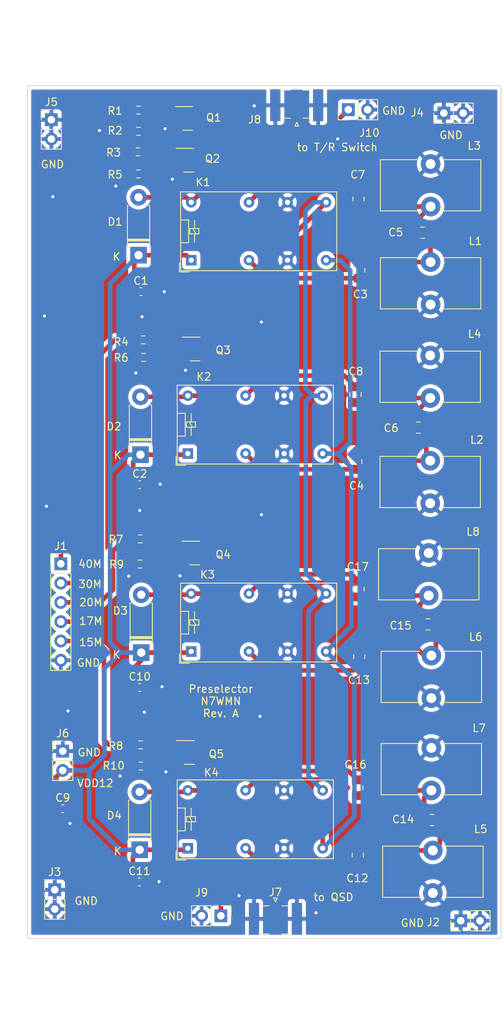
<source format=kicad_pcb>
(kicad_pcb (version 20211014) (generator pcbnew)
  (layers (0 "F.Cu" signal) (31 "B.Cu" signal) (34 "B.Paste" user) (35 "F.Paste" user) (36 "B.SilkS" user "B.Silkscreen") (37 "F.SilkS" user "F.Silkscreen") (38 "B.Mask" user) (39 "F.Mask" user) (44 "Edge.Cuts" user))
  (net 0 "")
  (net 1 "/VDD12")
  (net 2 "GND")
  (net 3 "Net-(C3-Pad1)")
  (net 4 "Net-(C3-Pad2)")
  (net 5 "Net-(C4-Pad1)")
  (net 6 "Net-(C4-Pad2)")
  (net 7 "Net-(C5-Pad1)")
  (net 8 "Net-(C6-Pad1)")
  (net 9 "Net-(C7-Pad1)")
  (net 10 "Net-(C8-Pad1)")
  (net 11 "Net-(C12-Pad1)")
  (net 12 "Net-(C12-Pad2)")
  (net 13 "Net-(C13-Pad1)")
  (net 14 "Net-(C13-Pad2)")
  (net 15 "Net-(C14-Pad1)")
  (net 16 "Net-(C15-Pad1)")
  (net 17 "Net-(C16-Pad1)")
  (net 18 "Net-(C17-Pad1)")
  (net 19 "Net-(D1-Pad2)")
  (net 20 "Net-(D2-Pad2)")
  (net 21 "Net-(D3-Pad2)")
  (net 22 "Net-(D4-Pad2)")
  (net 23 "/40M")
  (net 24 "/30M")
  (net 25 "/20M")
  (net 26 "/17M")
  (net 27 "/15M")
  (net 28 "Net-(J7-Pad1)")
  (net 29 "Net-(J8-Pad1)")
  (net 30 "Net-(Q1-Pad1)")
  (net 31 "Net-(Q2-Pad1)")
  (net 32 "Net-(Q3-Pad1)")
  (net 33 "Net-(Q4-Pad1)")
  (net 34 "Net-(Q5-Pad1)")
  (footprint "Connector_PinHeader_2.54mm:PinHeader_1x02_P2.54mm_Vertical" (layer "F.Cu") (at 87.65 144.125)
    (fp_text reference "J3")
    (fp_text value "Conn_01x02_Male")
  )
  (footprint "Connector_PinHeader_2.54mm:PinHeader_1x02_P2.54mm_Vertical" (layer "F.Cu") (at 109.55 147.55 -90)
    (fp_text reference "J9")
    (fp_text value "Conn_01x02")
  )
  (footprint "Capacitor_SMD:C_0805_2012Metric_Pad1.18x1.45mm_HandSolder" (layer "F.Cu") (at 127.7 53.2 -90)
    (fp_text reference "C7")
    (fp_text value "407pF")
  )
  (footprint "Capacitor_SMD:C_0603_1608Metric_Pad1.08x0.95mm_HandSolder" (layer "F.Cu") (at 99 65.4)
    (fp_text reference "C1")
    (fp_text value "0.1uF")
  )
  (footprint "Inductor_THT:L_Toroid_Vertical_L13.0mm_W6.5mm_P5.60mm" (layer "F.Cu") (at 137.3 113.3)
    (fp_text reference "L6")
    (fp_text value "341nH")
  )
  (footprint "Resistor_SMD:R_0603_1608Metric_Pad0.98x0.95mm_HandSolder" (layer "F.Cu") (at 98.7 49.9 180)
    (fp_text reference "R5")
    (fp_text value "3K")
  )
  (footprint "Capacitor_SMD:C_0805_2012Metric_Pad1.18x1.45mm_HandSolder" (layer "F.Cu") (at 136.15 57.65)
    (fp_text reference "C5")
    (fp_text value "237pF")
  )
  (footprint "Connector_PinHeader_2.54mm:PinHeader_1x02_P2.54mm_Vertical" (layer "F.Cu") (at 141.175 148.2 90)
    (fp_text reference "J2")
    (fp_text value "Conn_01x02_Male")
  )
  (footprint "Resistor_SMD:R_0603_1608Metric_Pad0.98x0.95mm_HandSolder" (layer "F.Cu") (at 98.9 101.25 180)
    (fp_text reference "R9")
    (fp_text value "3K")
  )
  (footprint "Capacitor_SMD:C_0805_2012Metric_Pad1.18x1.45mm_HandSolder" (layer "F.Cu") (at 127.8 113.45 -90)
    (fp_text reference "C13")
    (fp_text value "163pF")
  )
  (footprint "Capacitor_SMD:C_0805_2012Metric_Pad1.18x1.45mm_HandSolder" (layer "F.Cu") (at 127.4 87.75 -90)
    (fp_text reference "C4")
    (fp_text value "204pF")
  )
  (footprint "Package_TO_SOT_SMD:SOT-23" (layer "F.Cu") (at 106.15 72.95)
    (fp_text reference "Q3")
    (fp_text value "MMBT3904")
  )
  (footprint "Inductor_THT:L_Toroid_Vertical_L13.0mm_W6.5mm_P5.60mm" (layer "F.Cu") (at 137.3 131.05 180)
    (fp_text reference "L7")
    (fp_text value "284nH")
  )
  (footprint "Connector_PinHeader_2.54mm:PinHeader_1x02_P2.54mm_Vertical" (layer "F.Cu") (at 88.7 125.875)
    (fp_text reference "J6")
    (fp_text value "Conn_01x02_Male")
  )
  (footprint "Inductor_THT:L_Toroid_Vertical_L13.0mm_W6.5mm_P5.60mm" (layer "F.Cu") (at 137.2 54.2 180)
    (fp_text reference "L3")
    (fp_text value "852nH")
  )
  (footprint "Inductor_THT:L_Toroid_Vertical_L13.0mm_W6.5mm_P5.60mm" (layer "F.Cu") (at 137.15 87.65)
    (fp_text reference "L2")
    (fp_text value "426nH")
  )
  (footprint "Capacitor_SMD:C_0805_2012Metric_Pad1.18x1.45mm_HandSolder" (layer "F.Cu") (at 127.7 104.55 -90)
    (fp_text reference "C17")
    (fp_text value "163pF")
  )
  (footprint "Resistor_SMD:R_0603_1608Metric_Pad0.98x0.95mm_HandSolder" (layer "F.Cu") (at 98.9125 97.95 180)
    (fp_text reference "R7")
    (fp_text value "2K")
  )
  (footprint "Connector_PinHeader_2.54mm:PinHeader_1x02_P2.54mm_Vertical" (layer "F.Cu") (at 87.2 42.775)
    (fp_text reference "J5")
    (fp_text value "Conn_01x02_Male")
  )
  (footprint "Capacitor_SMD:C_0805_2012Metric_Pad1.18x1.45mm_HandSolder" (layer "F.Cu") (at 136.85 109.2)
    (fp_text reference "C15")
    (fp_text value "95pF")
  )
  (footprint "Inductor_THT:L_Toroid_Vertical_L13.0mm_W6.5mm_P5.60mm" (layer "F.Cu") (at 137.5 138.95)
    (fp_text reference "L5")
    (fp_text value "284nH")
  )
  (footprint "Package_TO_SOT_SMD:SOT-23" (layer "F.Cu") (at 105.4 126.05)
    (fp_text reference "Q5")
    (fp_text value "MMBT3904")
  )
  (footprint "Connector_Coaxial:SMA_Samtec_SMA-J-P-X-ST-EM1_EdgeMount" (layer "F.Cu") (at 116.75 147.95)
    (fp_text reference "J7")
    (fp_text value "Conn_Coaxial")
  )
  (footprint "Connector_PinHeader_2.54mm:PinHeader_1x02_P2.54mm_Vertical" (layer "F.Cu") (at 126.36 41.45 90)
    (fp_text reference "J10")
    (fp_text value "Conn_01x02")
  )
  (footprint "Diode_THT:D_DO-41_SOD81_P7.62mm_Horizontal" (layer "F.Cu") (at 98.85 138.86 90)
    (fp_text reference "D4")
    (fp_text value "1N4152")
  )
  (footprint "Relay_THT:Relay_DPDT_Omron_G5V-2" (layer "F.Cu") (at 105.6425 112.7625 90)
    (fp_text reference "K3")
    (fp_text value "G5V-2")
  )
  (footprint "Resistor_SMD:R_0603_1608Metric_Pad0.98x0.95mm_HandSolder" (layer "F.Cu") (at 98.7 44.3 180)
    (fp_text reference "R2")
    (fp_text value "3K")
  )
  (footprint "Inductor_THT:L_Toroid_Vertical_L13.0mm_W6.5mm_P5.60mm" (layer "F.Cu") (at 137.2 61.5)
    (fp_text reference "L1")
    (fp_text value "852nH")
  )
  (footprint "Diode_THT:D_DO-41_SOD81_P7.62mm_Horizontal" (layer "F.Cu") (at 98.7 60.6 90)
    (fp_text reference "D1")
    (fp_text value "1N4152")
  )
  (footprint "Capacitor_SMD:C_0805_2012Metric_Pad1.18x1.45mm_HandSolder" (layer "F.Cu") (at 137.3875 134.95)
    (fp_text reference "C14")
    (fp_text value "79pF")
  )
  (footprint "Capacitor_SMD:C_0603_1608Metric_Pad1.08x0.95mm_HandSolder" (layer "F.Cu") (at 98.8125 143.1)
    (fp_text reference "C11")
    (fp_text value "0.1uF")
  )
  (footprint "Capacitor_SMD:C_0805_2012Metric_Pad1.18x1.45mm_HandSolder" (layer "F.Cu") (at 127.8 62.6 -90)
    (fp_text reference "C3")
    (fp_text value "407pF")
  )
  (footprint "Resistor_SMD:R_0603_1608Metric_Pad0.98x0.95mm_HandSolder" (layer "F.Cu") (at 98.6 47 180)
    (fp_text reference "R3")
    (fp_text value "2K")
  )
  (footprint "Capacitor_SMD:C_0603_1608Metric_Pad1.08x0.95mm_HandSolder" (layer "F.Cu") (at 98.85 117.5)
    (fp_text reference "C10")
    (fp_text value "0.1uF")
  )
  (footprint "Connector_Coaxial:SMA_Samtec_SMA-J-P-X-ST-EM1_EdgeMount" (layer "F.Cu") (at 119.55 40.8625 180)
    (fp_text reference "J8")
    (fp_text value "Conn_Coaxial")
  )
  (footprint "Capacitor_SMD:C_0805_2012Metric_Pad1.18x1.45mm_HandSolder" (layer "F.Cu") (at 135.6 83.3)
    (fp_text reference "C6")
    (fp_text value "118pF")
  )
  (footprint "Connector_PinHeader_2.54mm:PinHeader_1x06_P2.54mm_Vertical" (layer "F.Cu") (at 88.45 101.22)
    (fp_text reference "J1")
    (fp_text value "Conn_01x06_Male")
  )
  (footprint "Diode_THT:D_DO-41_SOD81_P7.62mm_Horizontal" (layer "F.Cu") (at 99.05 112.91 90)
    (fp_text reference "D3")
    (fp_text value "1N4152")
  )
  (footprint "Capacitor_SMD:C_0805_2012Metric_Pad1.18x1.45mm_HandSolder" (layer "F.Cu") (at 127.6 139.55 -90)
    (fp_text reference "C12")
    (fp_text value "136pF")
  )
  (footprint "Inductor_THT:L_Toroid_Vertical_L13.0mm_W6.5mm_P5.60mm" (layer "F.Cu") (at 136.95 105.4 180)
    (fp_text reference "L8")
    (fp_text value "341nH")
  )
  (footprint "Relay_THT:Relay_DPDT_Omron_G5V-2" (layer "F.Cu") (at 105.1925 138.6625 90)
    (fp_text reference "K4")
    (fp_text value "G5V-2")
  )
  (footprint "Capacitor_SMD:C_0603_1608Metric_Pad1.08x0.95mm_HandSolder" (layer "F.Cu") (at 88.7 133.45)
    (fp_text reference "C9")
    (fp_text value "0.1uF")
  )
  (footprint "Package_TO_SOT_SMD:SOT-23" (layer "F.Cu") (at 106.1 99.8)
    (fp_text reference "Q4")
    (fp_text value "MMBT3904")
  )
  (footprint "Relay_THT:Relay_DPDT_Omron_G5V-2" (layer "F.Cu") (at 105.6425 61.2625 90)
    (fp_text reference "K1")
    (fp_text value "G5V-2")
  )
  (footprint "Inductor_THT:L_Toroid_Vertical_L13.0mm_W6.5mm_P5.60mm" (layer "F.Cu") (at 137.15 79.4 180)
    (fp_text reference "L4")
    (fp_text value "426nH")
  )
  (footprint "Connector_PinHeader_2.54mm:PinHeader_1x02_P2.54mm_Vertical" (layer "F.Cu") (at 138.95 41.9 90)
    (fp_text reference "J4")
    (fp_text value "Conn_01x02_Male")
  )
  (footprint "Capacitor_SMD:C_0603_1608Metric_Pad1.08x0.95mm_HandSolder" (layer "F.Cu") (at 98.85 90.8)
    (fp_text reference "C2")
    (fp_text value "0.1uF")
  )
  (footprint "Package_TO_SOT_SMD:SOT-23" (layer "F.Cu") (at 105.2 42.6)
    (fp_text reference "Q1")
    (fp_text value "MMBT3904")
  )
  (footprint "Relay_THT:Relay_DPDT_Omron_G5V-2" (layer "F.Cu") (at 105.1925 86.7125 90)
    (fp_text reference "K2")
    (fp_text value "G5V-2")
  )
  (footprint "Resistor_SMD:R_0603_1608Metric_Pad0.98x0.95mm_HandSolder" (layer "F.Cu") (at 99.35 74.05 180)
    (fp_text reference "R6")
    (fp_text value "3K")
  )
  (footprint "Resistor_SMD:R_0603_1608Metric_Pad0.98x0.95mm_HandSolder" (layer "F.Cu") (at 98.95 125.05 180)
    (fp_text reference "R8")
    (fp_text value "2K")
  )
  (footprint "Resistor_SMD:R_0603_1608Metric_Pad0.98x0.95mm_HandSolder" (layer "F.Cu") (at 98.7 41.5 180)
    (fp_text reference "R1")
    (fp_text value "2K")
  )
  (footprint "Capacitor_SMD:C_0805_2012Metric_Pad1.18x1.45mm_HandSolder" (layer "F.Cu") (at 127.3 78.95 -90)
    (fp_text reference "C8")
    (fp_text value "204pF")
  )
  (footprint "Package_TO_SOT_SMD:SOT-23" (layer "F.Cu") (at 105.3 48.1)
    (fp_text reference "Q2")
    (fp_text value "MMBT3904")
  )
  (footprint "Capacitor_SMD:C_0805_2012Metric_Pad1.18x1.45mm_HandSolder" (layer "F.Cu") (at 127.55 130.6875 -90)
    (fp_text reference "C16")
    (fp_text value "136pF")
  )
  (footprint "Resistor_SMD:R_0603_1608Metric_Pad0.98x0.95mm_HandSolder" (layer "F.Cu") (at 99 127.85 180)
    (fp_text reference "R10")
    (fp_text value "3K")
  )
  (footprint "Diode_THT:D_DO-41_SOD81_P7.62mm_Horizontal" (layer "F.Cu") (at 98.95 86.86 90)
    (fp_text reference "D2")
    (fp_text value "1N4152")
  )
  (footprint "Resistor_SMD:R_0603_1608Metric_Pad0.98x0.95mm_HandSolder" (layer "F.Cu") (at 99.3 71.75 180)
    (fp_text reference "R4")
    (fp_text value "2K")
  )
  (gr_rect (start 84.05 38.3) (end 146.5 150.55) (layer "Edge.Cuts") (width 0.1) (fill none))
  (gr_text "GND" (at 139.9 44.8) (layer "F.SilkS") (effects (font (size 1 1))))
  (gr_text "GND" (at 92.2 126.05) (layer "F.SilkS") (effects (font (size 1 1))))
  (gr_text "30M" (at 92.3 103.9) (layer "F.SilkS") (effects (font (size 1 1))))
  (gr_text "GND" (at 103.1 147.6) (layer "F.SilkS") (effects (font (size 1 1))))
  (gr_text "17M" (at 92.4 108.75) (layer "F.SilkS") (effects (font (size 1 1))))
  (gr_text "GND" (at 92.1 114.25) (layer "F.SilkS") (effects (font (size 1 1))))
  (gr_text "GND" (at 91.8 145.6) (layer "F.SilkS") (effects (font (size 1 1))))
  (gr_text "GND" (at 87.35 48.65) (layer "F.SilkS") (effects (font (size 1 1))))
  (gr_text "40M" (at 92.3 101.25) (layer "F.SilkS") (effects (font (size 1 1))))
  (gr_text "15M" (at 92.4 111.55) (layer "F.SilkS") (effects (font (size 1 1))))
  (gr_text "to QSD" (at 124.4 145.1) (layer "F.SilkS") (effects (font (size 1 1))))
  (gr_text "VDD12" (at 93 130.1) (layer "F.SilkS") (effects (font (size 1 1))))
  (gr_text "GND" (at 132.35 41.6) (layer "F.SilkS") (effects (font (size 1 1))))
  (gr_text "20M" (at 92.4 106.3) (layer "F.SilkS") (effects (font (size 1 1))))
  (gr_text "GND" (at 134.8 148.5) (layer "F.SilkS") (effects (font (size 1 1))))
  (gr_text "Preselector\nN7WMN\nRev. A" (at 109.55 119.3) (layer "F.SilkS") (effects (font (size 1 1))))
  (gr_text "to T/R Switch" (at 124.9 46.4) (layer "F.SilkS") (effects (font (size 1 1))))
  (segment (start 98.95 86.86) (end 105.045 86.86) (width 0.6096) (layer "F.Cu") (net 1))
  (segment (start 98.7 60.6) (end 104.98 60.6) (width 0.6096) (layer "F.Cu") (net 1))
  (segment (start 104.98 60.6) (end 105.6425 61.2625) (width 0.6096) (layer "F.Cu") (net 1))
  (segment (start 97.95 143.1) (end 97.95 139.76) (width 0.6096) (layer "F.Cu") (net 1))
  (segment (start 105.495 112.91) (end 105.6425 112.7625) (width 0.6096) (layer "F.Cu") (net 1))
  (segment (start 87.8375 129.2775) (end 88.7 128.415) (width 0.6096) (layer "F.Cu") (net 1))
  (segment (start 97.9875 87.8225) (end 98.95 86.86) (width 0.6096) (layer "F.Cu") (net 1))
  (segment (start 97.9875 90.8) (end 97.9875 87.8225) (width 0.6096) (layer "F.Cu") (net 1))
  (segment (start 99.05 112.91) (end 99.05 113.95) (width 0.6096) (layer "F.Cu") (net 1))
  (segment (start 99.05 112.91) (end 105.495 112.91) (width 0.6096) (layer "F.Cu") (net 1))
  (segment (start 105.045 86.86) (end 105.1925 86.7125) (width 0.6096) (layer "F.Cu") (net 1))
  (segment (start 104.995 138.86) (end 105.1925 138.6625) (width 0.6096) (layer "F.Cu") (net 1))
  (segment (start 98.1375 61.1625) (end 98.7 60.6) (width 0.6096) (layer "F.Cu") (net 1))
  (segment (start 87.8375 133.45) (end 87.8375 129.2775) (width 0.6096) (layer "F.Cu") (net 1))
  (segment (start 97.9875 115.0125) (end 97.9875 117.5) (width 0.6096) (layer "F.Cu") (net 1))
  (segment (start 98.1375 65.4) (end 98.1375 61.1625) (width 0.6096) (layer "F.Cu") (net 1))
  (segment (start 99.05 113.95) (end 97.9875 115.0125) (width 0.6096) (layer "F.Cu") (net 1))
  (segment (start 97.95 139.76) (end 98.85 138.86) (width 0.6096) (layer "F.Cu") (net 1))
  (segment (start 98.85 138.86) (end 104.995 138.86) (width 0.6096) (layer "F.Cu") (net 1))
  (segment (start 96.26 138.86) (end 98.85 138.86) (width 0.6096) (layer "B.Cu") (net 1))
  (segment (start 88.7 128.415) (end 92.185 128.415) (width 0.6096) (layer "B.Cu") (net 1))
  (segment (start 97.29 86.86) (end 98.95 86.86) (width 0.6096) (layer "B.Cu") (net 1))
  (segment (start 94.95 89.2) (end 97.29 86.86) (width 0.6096) (layer "B.Cu") (net 1))
  (segment (start 96.29 112.91) (end 99.05 112.91) (width 0.6096) (layer "B.Cu") (net 1))
  (segment (start 92.185 128.415) (end 92.185 134.785) (width 0.6096) (layer "B.Cu") (net 1))
  (segment (start 94.95 111.57) (end 94.95 89.2) (width 0.6096) (layer "B.Cu") (net 1))
  (segment (start 96.29 112.91) (end 94.95 111.57) (width 0.6096) (layer "B.Cu") (net 1))
  (segment (start 92.185 128.415) (end 94.25 126.35) (width 0.6096) (layer "B.Cu") (net 1))
  (segment (start 94.2 115) (end 96.29 112.91) (width 0.6096) (layer "B.Cu") (net 1))
  (segment (start 94.95 64.35) (end 98.7 60.6) (width 0.6096) (layer "B.Cu") (net 1))
  (segment (start 92.185 134.785) (end 96.26 138.86) (width 0.6096) (layer "B.Cu") (net 1))
  (segment (start 94.2 126.3) (end 94.2 115) (width 0.6096) (layer "B.Cu") (net 1))
  (segment (start 94.25 126.35) (end 94.2 126.3) (width 0.6096) (layer "B.Cu") (net 1))
  (segment (start 94.95 89.2) (end 94.95 64.35) (width 0.6096) (layer "B.Cu") (net 1))
  (via (at 93.55 44.2) (size 0.8) (drill 0.4) (layers "F.Cu" "B.Cu") (net 2))
  (via (at 98.85 94.2) (size 0.8) (drill 0.4) (layers "F.Cu" "B.Cu") (net 2))
  (via (at 101.4 143.05) (size 0.8) (drill 0.4) (layers "F.Cu" "B.Cu") (net 2))
  (via (at 104.15 102.8) (size 0.8) (drill 0.4) (layers "F.Cu" "B.Cu") (net 2))
  (via (at 103.15 50.6) (size 0.8) (drill 0.4) (layers "F.Cu" "B.Cu") (net 2))
  (via (at 122.1 147.15) (size 0.8) (drill 0.4) (layers "F.Cu" "B.Cu") (net 2))
  (via (at 97.4 102.85) (size 0.8) (drill 0.4) (layers "F.Cu" "B.Cu") (net 2))
  (via (at 104.9 75.75) (size 0.8) (drill 0.4) (layers "F.Cu" "B.Cu") (net 2))
  (via (at 114.9 69.4) (size 0.8) (drill 0.4) (layers "F.Cu" "B.Cu") (net 2))
  (via (at 114.7 121.3) (size 0.8) (drill 0.4) (layers "F.Cu" "B.Cu") (net 2))
  (via (at 101.8 117.4) (size 0.8) (drill 0.4) (layers "F.Cu" "B.Cu") (net 2))
  (via (at 86.55 93.65) (size 0.8) (drill 0.4) (layers "F.Cu" "B.Cu") (net 2))
  (via (at 89.65 135.4) (size 0.8) (drill 0.4) (layers "F.Cu" "B.Cu") (net 2))
  (via (at 101.55 90.75) (size 0.8) (drill 0.4) (layers "F.Cu" "B.Cu") (net 2))
  (via (at 124.95 45.3) (size 0.8) (drill 0.4) (layers "F.Cu" "B.Cu") (net 2))
  (via (at 89.4 120.6) (size 0.8) (drill 0.4) (layers "F.Cu" "B.Cu") (net 2))
  (via (at 114.9 94.75) (size 0.8) (drill 0.4) (layers "F.Cu" "B.Cu") (net 2))
  (via (at 99.15 68.7) (size 0.8) (drill 0.4) (layers "F.Cu" "B.Cu") (net 2))
  (via (at 98.35 76.1) (size 0.8) (drill 0.4) (layers "F.Cu" "B.Cu") (net 2))
  (via (at 96.25 129.15) (size 0.8) (drill 0.4) (layers "F.Cu" "B.Cu") (net 2))
  (via (at 102.299999 128.599997) (size 0.8) (drill 0.4) (layers "F.Cu" "B.Cu") (net 2))
  (via (at 95.7 51.5) (size 0.8) (drill 0.4) (layers "F.Cu" "B.Cu") (net 2))
  (via (at 113.95 40.95) (size 0.8) (drill 0.4) (layers "F.Cu" "B.Cu") (net 2))
  (via (at 102.2 43.95) (size 0.8) (drill 0.4) (layers "F.Cu" "B.Cu") (net 2))
  (via (at 102.1 65.4) (size 0.8) (drill 0.4) (layers "F.Cu" "B.Cu") (net 2))
  (via (at 87.4 52.9) (size 0.8) (drill 0.4) (layers "F.Cu" "B.Cu") (net 2))
  (via (at 86.3 68.6) (size 0.8) (drill 0.4) (layers "F.Cu" "B.Cu") (net 2))
  (via (at 99.45 120.75) (size 0.8) (drill 0.4) (layers "F.Cu" "B.Cu") (net 2))
  (via (at 111.95 144.9) (size 0.8) (drill 0.4) (layers "F.Cu" "B.Cu") (net 2))
  (segment (start 127.8625 61.5) (end 137.2 61.5) (width 0.6096) (layer "F.Cu") (net 3))
  (segment (start 127.8 61.5625) (end 127.8625 61.5) (width 0.6096) (layer "F.Cu") (net 3))
  (segment (start 137.1875 61.4875) (end 137.2 61.5) (width 0.6096) (layer "F.Cu") (net 3))
  (segment (start 137.1875 57.65) (end 137.1875 61.4875) (width 0.6096) (layer "F.Cu") (net 3))
  (segment (start 113.2625 61.2625) (end 115.6375 63.6375) (width 0.6096) (layer "F.Cu") (net 4))
  (segment (start 115.6375 63.6375) (end 127.8 63.6375) (width 0.6096) (layer "F.Cu") (net 4))
  (segment (start 135.2 87.65) (end 137.15 87.65) (width 0.6096) (layer "F.Cu") (net 5))
  (segment (start 134.25 86.7) (end 135.2 87.65) (width 0.6096) (layer "F.Cu") (net 5))
  (segment (start 127.4 86.7125) (end 127.4125 86.7) (width 0.6096) (layer "F.Cu") (net 5))
  (segment (start 136.6375 83.3) (end 136.6375 87.1375) (width 0.6096) (layer "F.Cu") (net 5))
  (segment (start 127.4125 86.7) (end 134.25 86.7) (width 0.6096) (layer "F.Cu") (net 5))
  (segment (start 136.6375 87.1375) (end 137.15 87.65) (width 0.6096) (layer "F.Cu") (net 5))
  (segment (start 112.8125 86.7125) (end 114.8875 88.7875) (width 0.6096) (layer "F.Cu") (net 6))
  (segment (start 114.8875 88.7875) (end 127.4 88.7875) (width 0.6096) (layer "F.Cu") (net 6))
  (segment (start 127.7375 54.2) (end 137.2 54.2) (width 0.6096) (layer "F.Cu") (net 7))
  (segment (start 127.7 54.2375) (end 127.7375 54.2) (width 0.6096) (layer "F.Cu") (net 7))
  (segment (start 135.1125 57.65) (end 135.1125 56.2875) (width 0.6096) (layer "F.Cu") (net 7))
  (segment (start 135.1125 56.2875) (end 137.2 54.2) (width 0.6096) (layer "F.Cu") (net 7))
  (segment (start 133.65 79.4) (end 137.15 79.4) (width 0.6096) (layer "F.Cu") (net 8))
  (segment (start 127.3 79.9875) (end 133.0625 79.9875) (width 0.6096) (layer "F.Cu") (net 8))
  (segment (start 134.5625 81.9875) (end 137.15 79.4) (width 0.6096) (layer "F.Cu") (net 8))
  (segment (start 134.5625 83.3) (end 134.5625 81.9875) (width 0.6096) (layer "F.Cu") (net 8))
  (segment (start 133.0625 79.9875) (end 133.65 79.4) (width 0.6096) (layer "F.Cu") (net 8))
  (segment (start 126.6375 51.1) (end 127.7 52.1625) (width 0.6096) (layer "F.Cu") (net 9))
  (segment (start 113.2625 53.6425) (end 115.805 51.1) (width 0.6096) (layer "F.Cu") (net 9))
  (segment (start 115.805 51.1) (end 126.6375 51.1) (width 0.6096) (layer "F.Cu") (net 9))
  (segment (start 112.8125 79.0925) (end 115.455 76.45) (width 0.6096) (layer "F.Cu") (net 10))
  (segment (start 125.8375 76.45) (end 127.3 77.9125) (width 0.6096) (layer "F.Cu") (net 10))
  (segment (start 115.455 76.45) (end 125.8375 76.45) (width 0.6096) (layer "F.Cu") (net 10))
  (segment (start 128.0375 138.95) (end 137.5 138.95) (width 0.6096) (layer "F.Cu") (net 11))
  (segment (start 138.425 138.025) (end 137.5 138.95) (width 0.6096) (layer "F.Cu") (net 11))
  (segment (start 138.425 134.95) (end 138.425 138.025) (width 0.6096) (layer "F.Cu") (net 11))
  (segment (start 127.6 138.5125) (end 128.0375 138.95) (width 0.6096) (layer "F.Cu") (net 11))
  (segment (start 114.7375 140.5875) (end 127.6 140.5875) (width 0.6096) (layer "F.Cu") (net 12))
  (segment (start 112.8125 138.6625) (end 114.7375 140.5875) (width 0.6096) (layer "F.Cu") (net 12))
  (segment (start 137.8875 109.2) (end 137.8875 112.7125) (width 0.6096) (layer "F.Cu") (net 13))
  (segment (start 127.8 112.4125) (end 135.4625 112.4125) (width 0.6096) (layer "F.Cu") (net 13))
  (segment (start 135.4625 112.4125) (end 136.35 113.3) (width 0.6096) (layer "F.Cu") (net 13))
  (segment (start 137.8875 112.7125) (end 137.3 113.3) (width 0.6096) (layer "F.Cu") (net 13))
  (segment (start 136.35 113.3) (end 137.3 113.3) (width 0.6096) (layer "F.Cu") (net 13))
  (segment (start 113.2625 112.7625) (end 115.75 115.25) (width 0.6096) (layer "F.Cu") (net 14))
  (segment (start 127.0375 115.25) (end 127.8 114.4875) (width 0.6096) (layer "F.Cu") (net 14))
  (segment (start 115.75 115.25) (end 127.0375 115.25) (width 0.6096) (layer "F.Cu") (net 14))
  (segment (start 136.35 134.95) (end 136.35 132) (width 0.6096) (layer "F.Cu") (net 15))
  (segment (start 135.5 131.05) (end 137.3 131.05) (width 0.6096) (layer "F.Cu") (net 15))
  (segment (start 127.55 131.725) (end 134.825 131.725) (width 0.6096) (layer "F.Cu") (net 15))
  (segment (start 134.825 131.725) (end 135.5 131.05) (width 0.6096) (layer "F.Cu") (net 15))
  (segment (start 136.35 132) (end 137.3 131.05) (width 0.6096) (layer "F.Cu") (net 15))
  (segment (start 135.8125 109.2) (end 135.8125 106.5375) (width 0.6096) (layer "F.Cu") (net 16))
  (segment (start 127.8875 105.4) (end 136.95 105.4) (width 0.6096) (layer "F.Cu") (net 16))
  (segment (start 135.8125 106.5375) (end 136.95 105.4) (width 0.6096) (layer "F.Cu") (net 16))
  (segment (start 127.7 105.5875) (end 127.8875 105.4) (width 0.6096) (layer "F.Cu") (net 16))
  (segment (start 115.355 128.5) (end 126.4 128.5) (width 0.6096) (layer "F.Cu") (net 17))
  (segment (start 126.4 128.5) (end 127.55 129.65) (width 0.6096) (layer "F.Cu") (net 17))
  (segment (start 112.8125 131.0425) (end 115.355 128.5) (width 0.6096) (layer "F.Cu") (net 17))
  (segment (start 115.805 102.6) (end 126.7875 102.6) (width 0.6096) (layer "F.Cu") (net 18))
  (segment (start 113.2625 105.1425) (end 115.805 102.6) (width 0.6096) (layer "F.Cu") (net 18))
  (segment (start 126.7875 102.6) (end 127.7 103.5125) (width 0.6096) (layer "F.Cu") (net 18))
  (segment (start 109.75 43.8) (end 109.75 47.2) (width 0.6096) (layer "F.Cu") (net 19))
  (segment (start 98.7 52.98) (end 104.98 52.98) (width 0.6096) (layer "F.Cu") (net 19))
  (segment (start 107.7 48.35) (end 107.95 48.1) (width 0.6096) (layer "F.Cu") (net 19))
  (segment (start 105.6425 53.6425) (end 107.7 51.585) (width 0.6096) (layer "F.Cu") (net 19))
  (segment (start 104.98 52.98) (end 105.6425 53.6425) (width 0.6096) (layer "F.Cu") (net 19))
  (segment (start 106.1375 42.6) (end 108.55 42.6) (width 0.6096) (layer "F.Cu") (net 19))
  (segment (start 109.75 47.2) (end 108.85 48.1) (width 0.6096) (layer "F.Cu") (net 19))
  (segment (start 108.55 42.6) (end 109.75 43.8) (width 0.6096) (layer "F.Cu") (net 19))
  (segment (start 107.7 51.585) (end 107.7 48.35) (width 0.6096) (layer "F.Cu") (net 19))
  (segment (start 108.85 48.1) (end 107.95 48.1) (width 0.6096) (layer "F.Cu") (net 19))
  (segment (start 107.95 48.1) (end 106.2375 48.1) (width 0.6096) (layer "F.Cu") (net 19))
  (segment (start 98.95 79.24) (end 105.045 79.24) (width 0.6096) (layer "F.Cu") (net 20))
  (segment (start 107.0875 72.95) (end 108.35 72.95) (width 0.6096) (layer "F.Cu") (net 20))
  (segment (start 107.3075 79.0925) (end 105.1925 79.0925) (width 0.6096) (layer "F.Cu") (net 20))
  (segment (start 108.35 72.95) (end 109.2 73.8) (width 0.6096) (layer "F.Cu") (net 20))
  (segment (start 109.2 77.2) (end 107.3075 79.0925) (width 0.6096) (layer "F.Cu") (net 20))
  (segment (start 109.2 73.8) (end 109.2 77.2) (width 0.6096) (layer "F.Cu") (net 20))
  (segment (start 105.045 79.24) (end 105.1925 79.0925) (width 0.6096) (layer "F.Cu") (net 20))
  (segment (start 107.65 105.15) (end 107.6425 105.1425) (width 0.6096) (layer "F.Cu") (net 21))
  (segment (start 108.15 99.8) (end 109.25 100.9) (width 0.6096) (layer "F.Cu") (net 21))
  (segment (start 105.495 105.29) (end 105.6425 105.1425) (width 0.6096) (layer "F.Cu") (net 21))
  (segment (start 107.6425 105.1425) (end 105.6425 105.1425) (width 0.6096) (layer "F.Cu") (net 21))
  (segment (start 107.0375 99.8) (end 108.15 99.8) (width 0.6096) (layer "F.Cu") (net 21))
  (segment (start 109.25 103.55) (end 107.65 105.15) (width 0.6096) (layer "F.Cu") (net 21))
  (segment (start 109.25 100.9) (end 109.25 103.55) (width 0.6096) (layer "F.Cu") (net 21))
  (segment (start 99.05 105.29) (end 105.495 105.29) (width 0.6096) (layer "F.Cu") (net 21))
  (segment (start 107.2075 131.0425) (end 105.1925 131.0425) (width 0.6096) (layer "F.Cu") (net 22))
  (segment (start 106.3375 126.05) (end 107.55 126.05) (width 0.6096) (layer "F.Cu") (net 22))
  (segment (start 104.995 131.24) (end 105.1925 131.0425) (width 0.6096) (layer "F.Cu") (net 22))
  (segment (start 108.7 127.2) (end 108.7 129.55) (width 0.6096) (layer "F.Cu") (net 22))
  (segment (start 108.7 129.55) (end 107.2075 131.0425) (width 0.6096) (layer "F.Cu") (net 22))
  (segment (start 98.85 131.24) (end 104.995 131.24) (width 0.6096) (layer "F.Cu") (net 22))
  (segment (start 107.55 126.05) (end 108.7 127.2) (width 0.6096) (layer "F.Cu") (net 22))
  (segment (start 90.2 43.6) (end 92.3 41.5) (width 0.6096) (layer "F.Cu") (net 23))
  (segment (start 88.45 101.22) (end 88.45 60.25) (width 0.6096) (layer "F.Cu") (net 23))
  (segment (start 90.35 58.35) (end 90.35 43.75) (width 0.6096) (layer "F.Cu") (net 23))
  (segment (start 90.35 43.75) (end 90.2 43.6) (width 0.6096) (layer "F.Cu") (net 23))
  (segment (start 88.45 60.25) (end 90.35 58.35) (width 0.6096) (layer "F.Cu") (net 23))
  (segment (start 92.3 41.5) (end 97.7875 41.5) (width 0.6096) (layer "F.Cu") (net 23))
  (segment (start 93.35 47) (end 97.6875 47) (width 0.6096) (layer "F.Cu") (net 24))
  (segment (start 91.7 102.15) (end 91.7 48.65) (width 0.6096) (layer "F.Cu") (net 24))
  (segment (start 91.7 48.65) (end 93.35 47) (width 0.6096) (layer "F.Cu") (net 24))
  (segment (start 90.09 103.76) (end 91.7 102.15) (width 0.6096) (layer "F.Cu") (net 24))
  (segment (start 88.45 103.76) (end 90.09 103.76) (width 0.6096) (layer "F.Cu") (net 24))
  (segment (start 95.7 71.65) (end 98.2875 71.65) (width 0.6096) (layer "F.Cu") (net 25))
  (segment (start 98.2875 71.65) (end 98.3875 71.75) (width 0.6096) (layer "F.Cu") (net 25))
  (segment (start 93.5 73.85) (end 95.7 71.65) (width 0.6096) (layer "F.Cu") (net 25))
  (segment (start 90.2 106.3) (end 93.5 103) (width 0.6096) (layer "F.Cu") (net 25))
  (segment (start 88.45 106.3) (end 90.2 106.3) (width 0.6096) (layer "F.Cu") (net 25))
  (segment (start 93.5 103) (end 93.5 73.85) (width 0.6096) (layer "F.Cu") (net 25))
  (segment (start 88.45 108.84) (end 91.11 108.84) (width 0.6096) (layer "F.Cu") (net 26))
  (segment (start 96.9 97.95) (end 98 97.95) (width 0.6096) (layer "F.Cu") (net 26))
  (segment (start 91.11 108.84) (end 95.35 104.6) (width 0.6096) (layer "F.Cu") (net 26))
  (segment (start 95.35 99.5) (end 96.9 97.95) (width 0.6096) (layer "F.Cu") (net 26))
  (segment (start 95.35 104.6) (end 95.35 99.5) (width 0.6096) (layer "F.Cu") (net 26))
  (segment (start 92.63 111.38) (end 94.15 112.9) (width 0.6096) (layer "F.Cu") (net 27))
  (segment (start 94.15 124.4) (end 94.8 125.05) (width 0.6096) (layer "F.Cu") (net 27))
  (segment (start 94.8 125.05) (end 98.0375 125.05) (width 0.6096) (layer "F.Cu") (net 27))
  (segment (start 88.45 111.38) (end 92.63 111.38) (width 0.6096) (layer "F.Cu") (net 27))
  (segment (start 94.15 112.9) (end 94.15 124.4) (width 0.6096) (layer "F.Cu") (net 27))
  (segment (start 109.4 137.9) (end 109.4 140.25) (width 0.6096) (layer "F.Cu") (net 28))
  (segment (start 111.3 142.15) (end 112.35 143.2) (width 0.6096) (layer "F.Cu") (net 28))
  (segment (start 121.65 135.5) (end 111.8 135.5) (width 0.6096) (layer "F.Cu") (net 28))
  (segment (start 109.4 140.25) (end 110.675 141.525) (width 0.6096) (layer "F.Cu") (net 28))
  (segment (start 110.675 141.525) (end 111.3 142.15) (width 0.6096) (layer "F.Cu") (net 28))
  (segment (start 122.9725 136.8225) (end 121.65 135.5) (width 0.6096) (layer "F.Cu") (net 28))
  (segment (start 115.2 143.2) (end 116.75 144.75) (width 0.6096) (layer "F.Cu") (net 28))
  (segment (start 112.35 143.2) (end 115.2 143.2) (width 0.6096) (layer "F.Cu") (net 28))
  (segment (start 109.55 147.55) (end 109.55 143.9) (width 0.6096) (layer "F.Cu") (net 28))
  (segment (start 116.75 144.75) (end 116.75 148.15) (width 0.6096) (layer "F.Cu") (net 28))
  (segment (start 122.9725 138.6625) (end 122.9725 136.8225) (width 0.6096) (layer "F.Cu") (net 28))
  (segment (start 109.55 143.9) (end 111.3 142.15) (width 0.6096) (layer "F.Cu") (net 28))
  (segment (start 111.8 135.5) (end 109.4 137.9) (width 0.6096) (layer "F.Cu") (net 28))
  (segment (start 125 86.8) (end 126.75 88.55) (width 0.6096) (layer "B.Cu") (net 28))
  (segment (start 127.15 116.49) (end 127.15 134.485) (width 0.6096) (layer "B.Cu") (net 28))
  (segment (start 126.75 109.435) (end 123.4225 112.7625) (width 0.6096) (layer "B.Cu") (net 28))
  (segment (start 125 86.8) (end 124.9125 86.7125) (width 0.6096) (layer "B.Cu") (net 28))
  (segment (start 126.75 88.55) (end 126.75 109.435) (width 0.6096) (layer "B.Cu") (net 28))
  (segment (start 123.4225 61.2625) (end 125.2625 61.2625) (width 0.6096) (layer "B.Cu") (net 28))
  (segment (start 126.6 62.6) (end 126.6 85.2) (width 0.6096) (layer "B.Cu") (net 28))
  (segment (start 126.6 85.2) (end 125 86.8) (width 0.6096) (layer "B.Cu") (net 28))
  (segment (start 124.9125 86.7125) (end 122.9725 86.7125) (width 0.6096) (layer "B.Cu") (net 28))
  (segment (start 123.4225 112.7625) (end 127.15 116.49) (width 0.6096) (layer "B.Cu") (net 28))
  (segment (start 125.2625 61.2625) (end 126.6 62.6) (width 0.6096) (layer "B.Cu") (net 28))
  (segment (start 127.15 134.485) (end 122.9725 138.6625) (width 0.6096) (layer "B.Cu") (net 28))
  (segment (start 118.925 44.675) (end 119.55 44.05) (width 0.6096) (layer "F.Cu") (net 29))
  (segment (start 119.765 57.3) (end 112.65 57.3) (width 0.6096) (layer "F.Cu") (net 29))
  (segment (start 126.36 41.45) (end 123.135 44.675) (width 0.6096) (layer "F.Cu") (net 29))
  (segment (start 119.55 44.05) (end 119.55 40.6625) (width 0.6096) (layer "F.Cu") (net 29))
  (segment (start 123.4225 53.6425) (end 119.765 57.3) (width 0.6096) (layer "F.Cu") (net 29))
  (segment (start 115.9 45.6) (end 118 45.6) (width 0.6096) (layer "F.Cu") (net 29))
  (segment (start 123.135 44.675) (end 118.925 44.675) (width 0.6096) (layer "F.Cu") (net 29))
  (segment (start 118 45.6) (end 118.925 44.675) (width 0.6096) (layer "F.Cu") (net 29))
  (segment (start 112.65 57.3) (end 110 54.65) (width 0.6096) (layer "F.Cu") (net 29))
  (segment (start 110 51.5) (end 115.9 45.6) (width 0.6096) (layer "F.Cu") (net 29))
  (segment (start 110 54.65) (end 110 51.5) (width 0.6096) (layer "F.Cu") (net 29))
  (segment (start 122.9725 79.0925) (end 121.5075 79.0925) (width 0.6096) (layer "B.Cu") (net 29))
  (segment (start 121.6925 79.0925) (end 122.9725 79.0925) (width 0.6096) (layer "B.Cu") (net 29))
  (segment (start 121.5075 79.0925) (end 120.75 79.85) (width 0.6096) (layer "B.Cu") (net 29))
  (segment (start 120.7 78.1) (end 121.6925 79.0925) (width 0.6096) (layer "B.Cu") (net 29))
  (segment (start 123.4225 53.6425) (end 121.8075 53.6425) (width 0.6096) (layer "B.Cu") (net 29))
  (segment (start 121.1 107.465) (end 121.1 129.17) (width 0.6096) (layer "B.Cu") (net 29))
  (segment (start 120.7 54.75) (end 120.7 78.1) (width 0.6096) (layer "B.Cu") (net 29))
  (segment (start 121.8075 53.6425) (end 120.7 54.75) (width 0.6096) (layer "B.Cu") (net 29))
  (segment (start 120.75 102.47) (end 123.4225 105.1425) (width 0.6096) (layer "B.Cu") (net 29))
  (segment (start 120.75 79.85) (end 120.75 102.47) (width 0.6096) (layer "B.Cu") (net 29))
  (segment (start 123.4225 105.1425) (end 121.1 107.465) (width 0.6096) (layer "B.Cu") (net 29))
  (segment (start 121.1 129.17) (end 122.9725 131.0425) (width 0.6096) (layer "B.Cu") (net 29))
  (segment (start 99.6125 41.5) (end 104.1125 41.5) (width 0.6096) (layer "F.Cu") (net 30))
  (segment (start 104.1125 41.5) (end 104.2625 41.65) (width 0.6096) (layer "F.Cu") (net 30))
  (segment (start 99.6125 41.5) (end 99.6125 44.3) (width 0.6096) (layer "F.Cu") (net 30))
  (segment (start 99.5125 47) (end 104.2125 47) (width 0.6096) (layer "F.Cu") (net 31))
  (segment (start 99.5125 47) (end 99.5125 49.8) (width 0.6096) (layer "F.Cu") (net 31))
  (segment (start 104.2125 47) (end 104.3625 47.15) (width 0.6096) (layer "F.Cu") (net 31))
  (segment (start 99.5125 49.8) (end 99.6125 49.9) (width 0.6096) (layer "F.Cu") (net 31))
  (segment (start 100.2125 71.75) (end 100.2125 74) (width 0.6096) (layer "F.Cu") (net 32))
  (segment (start 104.9625 71.75) (end 105.2125 72) (width 0.6096) (layer "F.Cu") (net 32))
  (segment (start 100.2125 71.75) (end 104.9625 71.75) (width 0.6096) (layer "F.Cu") (net 32))
  (segment (start 100.2125 74) (end 100.2625 74.05) (width 0.6096) (layer "F.Cu") (net 32))
  (segment (start 99.825 97.95) (end 101.5 97.95) (width 0.6096) (layer "F.Cu") (net 33))
  (segment (start 101.5 97.95) (end 102.4 98.85) (width 0.6096) (layer "F.Cu") (net 33))
  (segment (start 99.825 101.2375) (end 99.8125 101.25) (width 0.6096) (layer "F.Cu") (net 33))
  (segment (start 102.4 98.85) (end 105.1625 98.85) (width 0.6096) (layer "F.Cu") (net 33))
  (segment (start 99.825 97.95) (end 99.825 101.2375) (width 0.6096) (layer "F.Cu") (net 33))
  (segment (start 99.8625 127.8) (end 99.9125 127.85) (width 0.6096) (layer "F.Cu") (net 34))
  (segment (start 99.8625 125.05) (end 104.4125 125.05) (width 0.6096) (layer "F.Cu") (net 34))
  (segment (start 99.8625 125.05) (end 99.8625 127.8) (width 0.6096) (layer "F.Cu") (net 34))
  (segment (start 104.4125 125.05) (end 104.4625 125.1) (width 0.6096) (layer "F.Cu") (net 34))
  (zone (net 2) (net_name "GND") (layers F&B.Cu) (connect_pads (clearance 0.508)) (min_thickness 0.254) (fill yes (thermal_gap 0.508) (thermal_bridge_width 0.508))
    (polygon (pts (xy 146.5 150.55) (xy 84.05 150.55) (xy 84.05 38.3) (xy 146.5 38.3)))
  )
)
</source>
